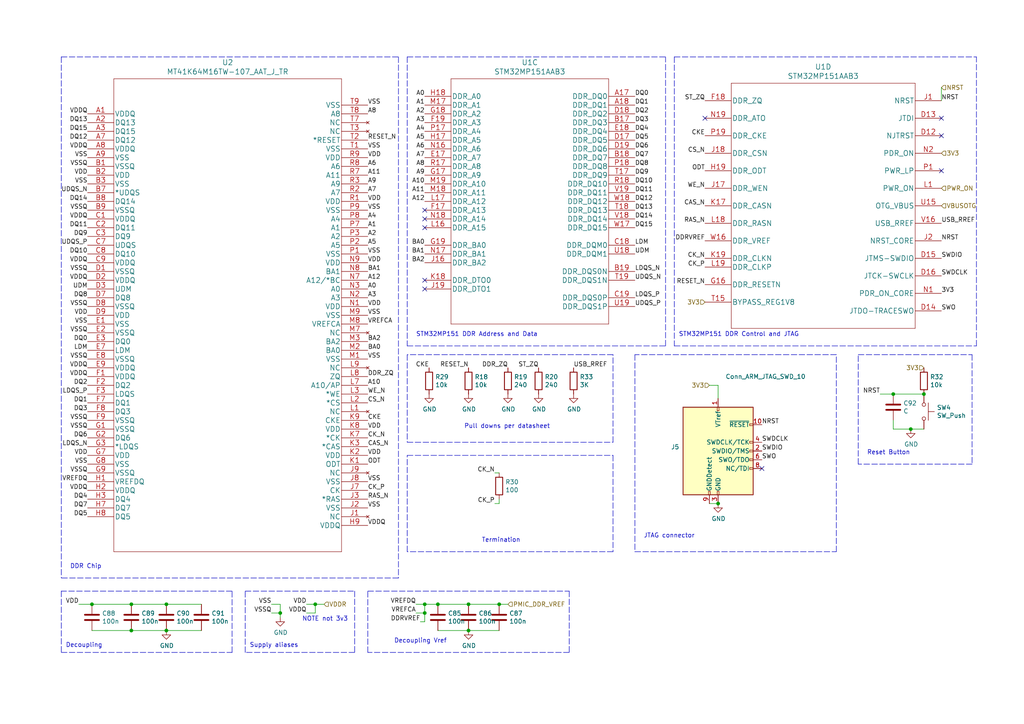
<source format=kicad_sch>
(kicad_sch (version 20211123) (generator eeschema)
  (paper "A4")
  (junction (at 264.16 124.46))
  (junction (at 135.89 182.88))
  (junction (at 267.97 114.3))
  (junction (at 123.19 175.26))
  (junction (at 259.08 114.3))
  (junction (at 81.28 177.8))
  (junction (at 123.19 177.8))
  (junction (at 38.1 182.88))
  (junction (at 48.26 182.88))
  (junction (at 91.44 175.26))
  (junction (at 48.26 175.26))
  (junction (at 135.89 175.26))
  (junction (at 144.78 175.26))
  (junction (at 26.67 175.26))
  (junction (at 38.1 175.26))
  (junction (at 208.28 146.05))
  (junction (at 127 175.26))
  (no_connect (at 123.19 63.5))
  (no_connect (at 273.05 49.53))
  (no_connect (at 273.05 39.37))
  (no_connect (at 123.19 83.82))
  (no_connect (at 273.05 34.29))
  (no_connect (at 123.19 60.96))
  (no_connect (at 123.19 81.28))
  (no_connect (at 204.47 34.29))
  (no_connect (at 220.98 135.89))
  (no_connect (at 123.19 66.04))
  (polyline (pts (xy 283.21 100.33) (xy 283.21 16.51)))
  (polyline (pts (xy 242.57 160.02) (xy 242.57 102.87)))
  (wire (pts (xy 91.44 177.8) (xy 91.44 175.26)))
  (wire (pts (xy 120.65 177.8) (xy 123.19 177.8)))
  (polyline (pts (xy 118.11 132.08) (xy 177.8 132.08)))
  (polyline (pts (xy 17.78 189.23) (xy 67.31 189.23)))
  (polyline (pts (xy 102.87 189.23) (xy 71.12 189.23)))
  (wire (pts (xy 121.92 180.34) (xy 123.19 180.34)))
  (polyline (pts (xy 248.92 102.87) (xy 281.94 102.87)))
  (wire (pts (xy 26.67 175.26) (xy 38.1 175.26)))
  (wire (pts (xy 123.19 177.8) (xy 123.19 175.26)))
  (wire (pts (xy 123.19 175.26) (xy 127 175.26)))
  (polyline (pts (xy 165.1 171.45) (xy 165.1 189.23)))
  (wire (pts (xy 205.74 146.05) (xy 208.28 146.05)))
  (wire (pts (xy 78.74 175.26) (xy 81.28 175.26)))
  (polyline (pts (xy 118.11 160.02) (xy 118.11 132.08)))
  (wire (pts (xy 144.78 146.05) (xy 144.78 144.78)))
  (polyline (pts (xy 67.31 189.23) (xy 67.31 171.45)))
  (polyline (pts (xy 118.11 100.33) (xy 193.04 100.33)))
  (wire (pts (xy 48.26 182.88) (xy 58.42 182.88)))
  (wire (pts (xy 123.19 180.34) (xy 123.19 177.8)))
  (polyline (pts (xy 195.58 100.33) (xy 283.21 100.33)))
  (polyline (pts (xy 177.8 128.27) (xy 177.8 102.87)))
  (polyline (pts (xy 115.57 167.64) (xy 17.78 167.64)))
  (wire (pts (xy 91.44 175.26) (xy 93.98 175.26)))
  (wire (pts (xy 205.74 111.76) (xy 208.28 111.76)))
  (polyline (pts (xy 184.15 102.87) (xy 184.15 160.02)))
  (polyline (pts (xy 102.87 171.45) (xy 102.87 189.23)))
  (polyline (pts (xy 177.8 102.87) (xy 118.11 102.87)))
  (wire (pts (xy 264.16 124.46) (xy 267.97 124.46)))
  (polyline (pts (xy 106.68 171.45) (xy 165.1 171.45)))
  (wire (pts (xy 127 182.88) (xy 135.89 182.88)))
  (wire (pts (xy 38.1 182.88) (xy 48.26 182.88)))
  (polyline (pts (xy 242.57 102.87) (xy 184.15 102.87)))
  (wire (pts (xy 144.78 175.26) (xy 147.32 175.26)))
  (wire (pts (xy 259.08 124.46) (xy 264.16 124.46)))
  (wire (pts (xy 273.05 25.4) (xy 273.05 29.21)))
  (polyline (pts (xy 281.94 134.62) (xy 248.92 134.62)))
  (wire (pts (xy 81.28 179.07) (xy 81.28 177.8)))
  (polyline (pts (xy 118.11 128.27) (xy 177.8 128.27)))
  (polyline (pts (xy 115.57 16.51) (xy 115.57 167.64)))
  (polyline (pts (xy 17.78 171.45) (xy 17.78 189.23)))
  (polyline (pts (xy 195.58 16.51) (xy 195.58 100.33)))
  (wire (pts (xy 91.44 175.26) (xy 88.9 175.26)))
  (polyline (pts (xy 17.78 16.51) (xy 115.57 16.51)))
  (wire (pts (xy 135.89 182.88) (xy 144.78 182.88)))
  (polyline (pts (xy 67.31 171.45) (xy 17.78 171.45)))
  (wire (pts (xy 259.08 121.92) (xy 259.08 124.46)))
  (polyline (pts (xy 184.15 160.02) (xy 242.57 160.02)))
  (polyline (pts (xy 165.1 189.23) (xy 106.68 189.23)))
  (wire (pts (xy 259.08 114.3) (xy 267.97 114.3)))
  (polyline (pts (xy 71.12 171.45) (xy 102.87 171.45)))
  (polyline (pts (xy 118.11 102.87) (xy 118.11 128.27)))
  (wire (pts (xy 22.86 175.26) (xy 26.67 175.26)))
  (polyline (pts (xy 195.58 16.51) (xy 283.21 16.51)))
  (wire (pts (xy 208.28 111.76) (xy 208.28 115.57)))
  (wire (pts (xy 38.1 175.26) (xy 48.26 175.26)))
  (wire (pts (xy 88.9 177.8) (xy 91.44 177.8)))
  (polyline (pts (xy 118.11 16.51) (xy 118.11 100.33)))
  (polyline (pts (xy 281.94 102.87) (xy 281.94 134.62)))
  (polyline (pts (xy 71.12 189.23) (xy 71.12 171.45)))
  (polyline (pts (xy 118.11 16.51) (xy 193.04 16.51)))
  (polyline (pts (xy 17.78 16.51) (xy 17.78 167.64)))
  (wire (pts (xy 78.74 177.8) (xy 81.28 177.8)))
  (wire (pts (xy 255.27 114.3) (xy 259.08 114.3)))
  (wire (pts (xy 135.89 175.26) (xy 144.78 175.26)))
  (polyline (pts (xy 193.04 100.33) (xy 193.04 16.51)))
  (wire (pts (xy 26.67 182.88) (xy 38.1 182.88)))
  (polyline (pts (xy 177.8 160.02) (xy 118.11 160.02)))
  (wire (pts (xy 120.65 175.26) (xy 123.19 175.26)))
  (polyline (pts (xy 106.68 189.23) (xy 106.68 171.45)))
  (polyline (pts (xy 177.8 132.08) (xy 177.8 160.02)))
  (polyline (pts (xy 248.92 134.62) (xy 248.92 102.87)))
  (wire (pts (xy 143.51 137.16) (xy 144.78 137.16)))
  (wire (pts (xy 143.51 146.05) (xy 144.78 146.05)))
  (wire (pts (xy 127 175.26) (xy 135.89 175.26)))
  (wire (pts (xy 81.28 175.26) (xy 81.28 177.8)))
  (wire (pts (xy 48.26 175.26) (xy 58.42 175.26)))
  (text "JTAG connector\n" (at 186.69 156.21 0) (effects (font (size 1.27 1.27)) (justify left bottom)))
  (text "Reset Button\n" (at 251.46 132.08 0) (effects (font (size 1.27 1.27)) (justify left bottom)))
  (text "Decoupling Vref" (at 114.3 186.69 0) (effects (font (size 1.27 1.27)) (justify left bottom)))
  (text "Termination\n" (at 139.7 157.48 0) (effects (font (size 1.27 1.27)) (justify left bottom)))
  (text "STM32MP151 DDR Control and JTAG" (at 196.85 97.79 0) (effects (font (size 1.27 1.27)) (justify left bottom)))
  (text "STM32MP151 DDR Address and Data" (at 120.65 97.79 0) (effects (font (size 1.27 1.27)) (justify left bottom)))
  (text "Supply aliases\n" (at 72.39 187.96 0) (effects (font (size 1.27 1.27)) (justify left bottom)))
  (text "NOTE not 3v3\n" (at 87.63 180.34 0) (effects (font (size 1.27 1.27)) (justify left bottom)))
  (text "DDR Chip" (at 20.32 165.1 0) (effects (font (size 1.27 1.27)) (justify left bottom)))
  (text "Decoupling" (at 19.05 187.96 0) (effects (font (size 1.27 1.27)) (justify left bottom)))
  (text "Pull downs per datasheet" (at 134.62 124.46 0) (effects (font (size 1.27 1.27)) (justify left bottom)))
  (label "DQ7" (at 184.15 45.72 0))
  (label "VDDQ" (at 25.4 106.68 180))
  (label "CK_P" (at 106.68 142.24 0))
  (label "BA2" (at 123.19 76.2 180))
  (label "BA0" (at 123.19 71.12 180))
  (label "CS_N" (at 106.68 116.84 0))
  (label "LDM" (at 184.15 71.12 0))
  (label "A5" (at 106.68 71.12 0))
  (label "VDD" (at 106.68 132.08 0))
  (label "BA2" (at 106.68 99.06 0))
  (label "VSS" (at 106.68 104.14 0))
  (label "DDR_ZQ" (at 147.32 106.68 180))
  (label "A1" (at 106.68 66.04 0))
  (label "VDDQ" (at 25.4 63.5 180))
  (label "VSS" (at 25.4 53.34 180))
  (label "CK_N" (at 106.68 127 0))
  (label "A2" (at 106.68 68.58 0))
  (label "CKE" (at 106.68 121.92 0))
  (label "UDM" (at 184.15 73.66 0))
  (label "CK_P" (at 143.51 146.05 180))
  (label "CAS_N" (at 106.68 129.54 0))
  (label "VSS" (at 25.4 45.72 180))
  (label "DQ15" (at 25.4 38.1 180))
  (label "DQ14" (at 184.15 63.5 0))
  (label "VREFDQ" (at 120.65 175.26 180))
  (label "DQ10" (at 25.4 73.66 180))
  (label "VSS" (at 106.68 91.44 0))
  (label "DQ11" (at 25.4 66.04 180))
  (label "DDRVREF" (at 204.47 69.85 180))
  (label "RESET_N" (at 204.47 82.55 180))
  (label "DQ2" (at 25.4 111.76 180))
  (label "LDQS_P" (at 25.4 114.3 180))
  (label "VSS" (at 106.68 147.32 0))
  (label "A5" (at 123.19 40.64 180))
  (label "A11" (at 106.68 50.8 0))
  (label "VDD" (at 25.4 91.44 180))
  (label "RAS_N" (at 204.47 64.77 180))
  (label "NRST" (at 273.05 69.85 0))
  (label "CKE" (at 204.47 39.37 180))
  (label "VDD" (at 106.68 45.72 0))
  (label "A11" (at 123.19 55.88 180))
  (label "VDDQ" (at 25.4 142.24 180))
  (label "DDR_ZQ" (at 106.68 109.22 0))
  (label "DQ12" (at 25.4 40.64 180))
  (label "DQ14" (at 25.4 58.42 180))
  (label "DQ11" (at 184.15 55.88 0))
  (label "NRST" (at 255.27 114.3 180))
  (label "VSS" (at 106.68 60.96 0))
  (label "DQ2" (at 184.15 33.02 0))
  (label "VSS" (at 25.4 134.62 180))
  (label "BA0" (at 106.68 101.6 0))
  (label "DQ0" (at 184.15 27.94 0))
  (label "VSSQ" (at 78.74 177.8 180))
  (label "VSSQ" (at 25.4 96.52 180))
  (label "VSSQ" (at 25.4 137.16 180))
  (label "SWDCLK" (at 220.98 128.27 0))
  (label "UDQS_P" (at 25.4 71.12 180))
  (label "DQ15" (at 184.15 66.04 0))
  (label "A1" (at 123.19 30.48 180))
  (label "CK_N" (at 143.51 137.16 180))
  (label "RESET_N" (at 135.89 106.68 180))
  (label "DQ12" (at 184.15 58.42 0))
  (label "USB_RREF" (at 166.37 106.68 0))
  (label "NRST" (at 220.98 123.19 0))
  (label "DQ8" (at 184.15 48.26 0))
  (label "VDD" (at 106.68 76.2 0))
  (label "DQ8" (at 25.4 86.36 180))
  (label "DQ3" (at 25.4 119.38 180))
  (label "DQ5" (at 184.15 40.64 0))
  (label "UDM" (at 25.4 83.82 180))
  (label "SWO" (at 273.05 90.17 0))
  (label "ODT" (at 204.47 49.53 180))
  (label "DQ6" (at 184.15 43.18 0))
  (label "3V3" (at 273.05 85.09 0))
  (label "A9" (at 123.19 50.8 180))
  (label "CK_P" (at 204.47 77.47 180))
  (label "LDQS_N" (at 184.15 78.74 0))
  (label "VDDQ" (at 25.4 76.2 180))
  (label "A3" (at 106.68 86.36 0))
  (label "VSS" (at 106.68 139.7 0))
  (label "DQ13" (at 25.4 35.56 180))
  (label "A9" (at 106.68 53.34 0))
  (label "VDDQ" (at 25.4 33.02 180))
  (label "VREFDQ" (at 25.4 139.7 180))
  (label "VREFCA" (at 120.65 177.8 180))
  (label "LDM" (at 25.4 101.6 180))
  (label "DQ5" (at 25.4 149.86 180))
  (label "VSS" (at 78.74 175.26 180))
  (label "VDDQ" (at 25.4 109.22 180))
  (label "DQ10" (at 184.15 53.34 0))
  (label "ODT" (at 106.68 134.62 0))
  (label "VSS" (at 106.68 43.18 0))
  (label "RESET_N" (at 106.68 40.64 0))
  (label "A12" (at 123.19 58.42 180))
  (label "VDD" (at 22.86 175.26 180))
  (label "CK_N" (at 204.47 74.93 180))
  (label "A0" (at 123.19 27.94 180))
  (label "DQ7" (at 25.4 147.32 180))
  (label "A4" (at 123.19 38.1 180))
  (label "VSSQ" (at 25.4 78.74 180))
  (label "VDD" (at 25.4 50.8 180))
  (label "BA1" (at 106.68 78.74 0))
  (label "LDQS_N" (at 25.4 129.54 180))
  (label "VSS" (at 106.68 73.66 0))
  (label "ST_ZQ" (at 156.21 106.68 180))
  (label "SWO" (at 220.98 133.35 0))
  (label "A12" (at 106.68 81.28 0))
  (label "A10" (at 106.68 111.76 0))
  (label "A10" (at 123.19 53.34 180))
  (label "VDDQ" (at 25.4 43.18 180))
  (label "DQ3" (at 184.15 35.56 0))
  (label "VDD" (at 106.68 58.42 0))
  (label "VDDQ" (at 88.9 177.8 180))
  (label "CAS_N" (at 204.47 59.69 180))
  (label "LDQS_P" (at 184.15 86.36 0))
  (label "SWDIO" (at 273.05 74.93 0))
  (label "DQ13" (at 184.15 60.96 0))
  (label "A8" (at 123.19 48.26 180))
  (label "A2" (at 123.19 33.02 180))
  (label "A7" (at 123.19 45.72 180))
  (label "DQ4" (at 184.15 38.1 0))
  (label "A4" (at 106.68 63.5 0))
  (label "VREFCA" (at 106.68 93.98 0))
  (label "VSS" (at 25.4 93.98 180))
  (label "ST_ZQ" (at 204.47 29.21 180))
  (label "RAS_N" (at 106.68 144.78 0))
  (label "CKE" (at 124.46 106.68 180))
  (label "VDD" (at 88.9 175.26 180))
  (label "DQ9" (at 25.4 68.58 180))
  (label "UDQS_N" (at 184.15 81.28 0))
  (label "WE_N" (at 204.47 54.61 180))
  (label "DQ9" (at 184.15 50.8 0))
  (label "DQ4" (at 25.4 144.78 180))
  (label "A6" (at 106.68 48.26 0))
  (label "DQ1" (at 184.15 30.48 0))
  (label "VDD" (at 25.4 132.08 180))
  (label "A8" (at 106.68 33.02 0))
  (label "VDD" (at 106.68 124.46 0))
  (label "A0" (at 106.68 83.82 0))
  (label "UDQS_N" (at 25.4 55.88 180))
  (label "BA1" (at 123.19 73.66 180))
  (label "WE_N" (at 106.68 114.3 0))
  (label "CS_N" (at 204.47 44.45 180))
  (label "VSSQ" (at 25.4 48.26 180))
  (label "A7" (at 106.68 55.88 0))
  (label "USB_RREF" (at 273.05 64.77 0))
  (label "VDD" (at 106.68 88.9 0))
  (label "VSSQ" (at 25.4 104.14 180))
  (label "VSSQ" (at 25.4 124.46 180))
  (label "NRST" (at 273.05 29.21 0))
  (label "VSS" (at 106.68 30.48 0))
  (label "A3" (at 123.19 35.56 180))
  (label "VDDQ" (at 25.4 81.28 180))
  (label "VSSQ" (at 25.4 121.92 180))
  (label "DQ0" (at 25.4 99.06 180))
  (label "VDDQ" (at 106.68 152.4 0))
  (label "DQ6" (at 25.4 127 180))
  (label "VSSQ" (at 25.4 88.9 180))
  (label "A6" (at 123.19 43.18 180))
  (label "DQ1" (at 25.4 116.84 180))
  (label "DDRVREF" (at 121.92 180.34 180))
  (label "VSSQ" (at 25.4 60.96 180))
  (label "SWDCLK" (at 273.05 80.01 0))
  (label "SWDIO" (at 220.98 130.81 0))
  (label "UDQS_P" (at 184.15 88.9 0))
  (hierarchical_label "PWR_ON" (shape input) (at 273.05 54.61 0))
  (hierarchical_label "3V3" (shape input) (at 267.97 106.68 180))
  (hierarchical_label "3V3" (shape input) (at 204.47 87.63 180))
  (hierarchical_label "3V3" (shape input) (at 273.05 44.45 0))
  (hierarchical_label "NRST" (shape input) (at 273.05 25.4 0))
  (hierarchical_label "PMIC_DDR_VREF" (shape input) (at 147.32 175.26 0))
  (hierarchical_label "3V3" (shape input) (at 205.74 111.76 180))
  (hierarchical_label "VBUSOTG" (shape input) (at 273.05 59.69 0))
  (hierarchical_label "VDDR" (shape input) (at 93.98 175.26 0))
  (symbol (lib_id "LinuxBoard:MT41K64M16TW-107_AAT_J_TR") (at 25.4 30.48 0) (unit 1)
    (property "Reference" "U2" (at 66.04 18.1102 0) (effects (font (size 1.524 1.524))))
    (property "Value" "MT41K64M16TW-107_AAT_J_TR" (at 66.04 20.8026 0) (effects (font (size 1.524 1.524))))
    (property "Footprint" "LinuxBoard:MT41K64M16TW-107_AAT_J_TR" (effects hide))
  )
  (symbol (lib_id "LinuxBoard:STM32MP151AAB3") (at 191.77 29.21 0) (unit 4)
    (property "Reference" "U1" (at 238.76 19.3802 0) (effects (font (size 1.524 1.524))))
    (property "Value" "STM32MP151AAB3" (at 238.76 22.0726 0) (effects (font (size 1.524 1.524))))
    (property "Footprint" "LinuxBoard:STM32MP151AAB3" (effects hide))
  )
  (symbol (lib_id "LinuxBoard:STM32MP151AAB3") (at 123.19 27.94 0) (unit 3)
    (property "Reference" "U1" (at 153.67 18.1102 0) (effects (font (size 1.524 1.524))))
    (property "Value" "STM32MP151AAB3" (at 153.67 20.8026 0) (effects (font (size 1.524 1.524))))
    (property "Footprint" "LinuxBoard:STM32MP151AAB3" (effects hide))
  )
  (symbol (lib_id "Device:R") (at 135.89 110.49 0) (unit 1)
    (property "Reference" "R18" (at 137.668 109.3216 0) (effects (justify left)))
    (property "Value" "10k" (at 137.668 111.633 0) (effects (justify left)))
    (property "Footprint" "Resistor_SMD:R_0603_1608Metric_Pad1.05x0.95mm_HandSolder" (effects hide))
  )
  (symbol (lib_id "power:GND") (at 135.89 114.3 0) (unit 1)
    (property "Reference" "#PWR0128" (effects hide))
    (property "Value" "GND" (at 136.017 118.6942 0))
  )
  (symbol (lib_id "Device:C") (at 127 179.07 0) (unit 1)
    (property "Reference" "C85" (at 129.921 177.9016 0) (effects (justify left)))
    (property "Value" "100n" (at 129.921 180.213 0) (effects (justify left)))
    (property "Footprint" "Capacitor_SMD:C_0603_1608Metric" (effects hide))
  )
  (symbol (lib_id "Device:C") (at 135.89 179.07 0) (unit 1)
    (property "Reference" "C86" (at 138.811 177.9016 0) (effects (justify left)))
    (property "Value" "100n" (at 138.811 180.213 0) (effects (justify left)))
    (property "Footprint" "Capacitor_SMD:C_0603_1608Metric" (effects hide))
  )
  (symbol (lib_id "Device:C") (at 144.78 179.07 0) (unit 1)
    (property "Reference" "C87" (at 147.701 177.9016 0) (effects (justify left)))
    (property "Value" "100n" (at 147.701 180.213 0) (effects (justify left)))
    (property "Footprint" "Capacitor_SMD:C_0603_1608Metric" (effects hide))
  )
  (symbol (lib_id "power:GND") (at 135.89 182.88 0) (unit 1)
    (property "Reference" "#PWR0129" (effects hide))
    (property "Value" "GND" (at 136.017 187.2742 0))
  )
  (symbol (lib_id "Device:C") (at 259.08 118.11 0) (unit 1)
    (property "Reference" "C92" (at 262.001 116.9416 0) (effects (justify left)))
    (property "Value" "C" (at 262.001 119.253 0) (effects (justify left)))
    (property "Footprint" "Capacitor_SMD:C_0603_1608Metric" (effects hide))
  )
  (symbol (lib_id "Switch:SW_Push") (at 267.97 119.38 270) (unit 1)
    (property "Reference" "SW4" (at 271.7292 118.2116 90) (effects (justify left)))
    (property "Value" "SW_Push" (at 271.7292 120.523 90) (effects (justify left)))
    (property "Footprint" "Button_Switch_SMD:SW_Push_1P1T_NO_6x6mm_H9.5mm" (effects hide))
  )
  (symbol (lib_id "power:GND") (at 264.16 124.46 0) (unit 1)
    (property "Reference" "#PWR033" (effects hide))
    (property "Value" "GND" (at 264.287 128.8542 0))
  )
  (symbol (lib_id "Device:R") (at 147.32 110.49 0) (unit 1)
    (property "Reference" "R19" (at 149.098 109.3216 0) (effects (justify left)))
    (property "Value" "240" (at 149.098 111.633 0) (effects (justify left)))
    (property "Footprint" "Resistor_SMD:R_0603_1608Metric" (effects hide))
  )
  (symbol (lib_id "Device:R") (at 156.21 110.49 0) (unit 1)
    (property "Reference" "R20" (at 157.988 109.3216 0) (effects (justify left)))
    (property "Value" "240" (at 157.988 111.633 0) (effects (justify left)))
    (property "Footprint" "Resistor_SMD:R_0603_1608Metric" (effects hide))
  )
  (symbol (lib_id "power:GND") (at 147.32 114.3 0) (unit 1)
    (property "Reference" "#PWR0130" (effects hide))
    (property "Value" "GND" (at 147.447 118.6942 0))
  )
  (symbol (lib_id "power:GND") (at 156.21 114.3 0) (unit 1)
    (property "Reference" "#PWR0131" (effects hide))
    (property "Value" "GND" (at 156.337 118.6942 0))
  )
  (symbol (lib_id "Device:R") (at 267.97 110.49 0) (unit 1)
    (property "Reference" "R32" (at 269.748 109.3216 0) (effects (justify left)))
    (property "Value" "10k" (at 269.748 111.633 0) (effects (justify left)))
    (property "Footprint" "Resistor_SMD:R_0603_1608Metric_Pad1.05x0.95mm_HandSolder" (effects hide))
  )
  (symbol (lib_id "Connector:Conn_ARM_JTAG_SWD_10") (at 208.28 130.81 0) (unit 1)
    (property "Reference" "J5" (at 197.0278 129.6416 0) (effects (justify right)))
    (property "Value" "Conn_ARM_JTAG_SWD_10" (at 233.68 109.22 0) (effects (justify right)))
    (property "Footprint" "Connector_PinHeader_1.27mm:PinHeader_2x05_P1.27mm_Vertical_SMD" (effects hide))
    (property "Datasheet" "http://infocenter.arm.com/help/topic/com.arm.doc.ddi0314h/DDI0314H_coresight_components_trm.pdf" (effects hide))
  )
  (symbol (lib_id "power:GND") (at 208.28 146.05 0) (unit 1)
    (property "Reference" "#PWR031" (effects hide))
    (property "Value" "GND" (at 208.407 150.4442 0))
  )
  (symbol (lib_id "Device:C") (at 26.67 179.07 0) (unit 1)
    (property "Reference" "C88" (at 29.591 177.9016 0) (effects (justify left)))
    (property "Value" "100n" (at 29.591 180.213 0) (effects (justify left)))
    (property "Footprint" "Capacitor_SMD:C_0603_1608Metric" (effects hide))
  )
  (symbol (lib_id "Device:C") (at 38.1 179.07 0) (unit 1)
    (property "Reference" "C89" (at 41.021 177.9016 0) (effects (justify left)))
    (property "Value" "100n" (at 41.021 180.213 0) (effects (justify left)))
    (property "Footprint" "Capacitor_SMD:C_0603_1608Metric" (effects hide))
  )
  (symbol (lib_id "Device:C") (at 48.26 179.07 0) (unit 1)
    (property "Reference" "C90" (at 51.181 177.9016 0) (effects (justify left)))
    (property "Value" "100n" (at 51.181 180.213 0) (effects (justify left)))
    (property "Footprint" "Capacitor_SMD:C_0603_1608Metric" (effects hide))
  )
  (symbol (lib_id "Device:C") (at 58.42 179.07 0) (unit 1)
    (property "Reference" "C91" (at 61.341 177.9016 0) (effects (justify left)))
    (property "Value" "100n" (at 61.341 180.213 0) (effects (justify left)))
    (property "Footprint" "Capacitor_SMD:C_0603_1608Metric" (effects hide))
  )
  (symbol (lib_id "power:GND") (at 48.26 182.88 0) (unit 1)
    (property "Reference" "#PWR014" (effects hide))
    (property "Value" "GND" (at 48.387 187.2742 0))
  )
  (symbol (lib_id "Device:R") (at 144.78 140.97 0) (unit 1)
    (property "Reference" "R30" (at 146.558 139.8016 0) (effects (justify left)))
    (property "Value" "100" (at 146.558 142.113 0) (effects (justify left)))
    (property "Footprint" "Resistor_SMD:R_0603_1608Metric_Pad1.05x0.95mm_HandSolder" (effects hide))
  )
  (symbol (lib_id "Device:R") (at 124.46 110.49 0) (unit 1)
    (property "Reference" "R29" (at 126.238 109.3216 0) (effects (justify left)))
    (property "Value" "10k" (at 126.238 111.633 0) (effects (justify left)))
    (property "Footprint" "Resistor_SMD:R_0603_1608Metric_Pad1.05x0.95mm_HandSolder" (effects hide))
  )
  (symbol (lib_id "power:GND") (at 124.46 114.3 0) (unit 1)
    (property "Reference" "#PWR0132" (effects hide))
    (property "Value" "GND" (at 124.587 118.6942 0))
  )
  (symbol (lib_id "power:GND") (at 81.28 179.07 0) (unit 1)
    (property "Reference" "#PWR0102" (effects hide))
    (property "Value" "GND" (at 81.407 183.4642 0))
  )
  (symbol (lib_id "Device:R") (at 166.37 110.49 0) (unit 1)
    (property "Reference" "R33" (at 168.148 109.3216 0) (effects (justify left)))
    (property "Value" "3K" (at 168.148 111.633 0) (effects (justify left)))
    (property "Footprint" "Resistor_SMD:R_0603_1608Metric_Pad0.98x0.95mm_HandSolder" (effects hide))
  )
  (symbol (lib_id "power:GND") (at 166.37 114.3 0) (unit 1)
    (property "Reference" "#PWR034" (effects hide))
    (property "Value" "GND" (at 166.497 118.6942 0))
  )
)
</source>
